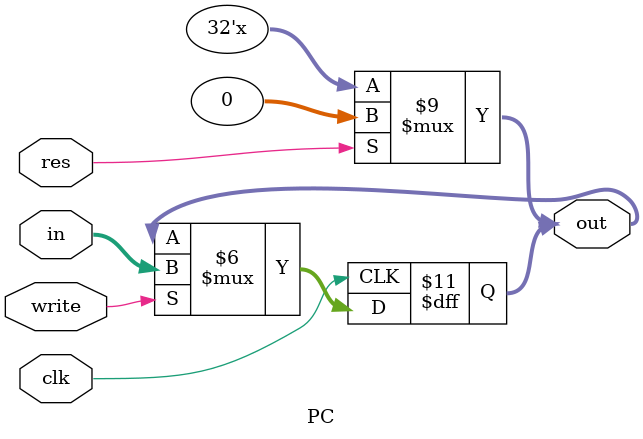
<source format=v>
`timescale 1ns / 1ps

module PC(input clk, res, write,
          input [31:0] in,
          output reg [31:0] out);
          
    always @ (res) begin
        if (res == 1) out = 0;
    end
         
    always @ (posedge clk) begin
        if (write == 1) out = in;
    end
endmodule

</source>
